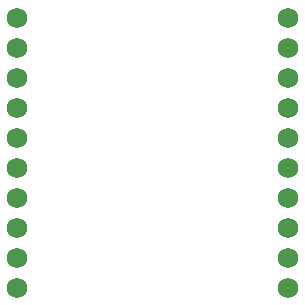
<source format=gbs>
G04*
G04 #@! TF.GenerationSoftware,Altium Limited,Altium Designer,21.3.2 (30)*
G04*
G04 Layer_Color=16711935*
%FSLAX25Y25*%
%MOIN*%
G70*
G04*
G04 #@! TF.SameCoordinates,7BD383CF-8327-4B0E-94BA-ADA198AFF3E9*
G04*
G04*
G04 #@! TF.FilePolarity,Negative*
G04*
G01*
G75*
%ADD14C,0.06800*%
D14*
X552500Y143500D02*
D03*
Y153500D02*
D03*
Y163500D02*
D03*
Y173500D02*
D03*
Y183500D02*
D03*
Y193500D02*
D03*
Y203500D02*
D03*
Y213500D02*
D03*
Y223500D02*
D03*
Y233500D02*
D03*
X642658D02*
D03*
Y223500D02*
D03*
Y213500D02*
D03*
Y203500D02*
D03*
Y193500D02*
D03*
Y183500D02*
D03*
Y173500D02*
D03*
Y163500D02*
D03*
Y153500D02*
D03*
Y143500D02*
D03*
M02*

</source>
